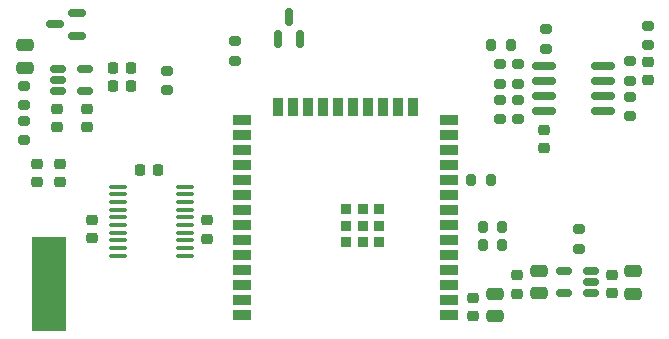
<source format=gbr>
%TF.GenerationSoftware,KiCad,Pcbnew,7.0.10*%
%TF.CreationDate,2024-02-02T07:47:17+01:00*%
%TF.ProjectId,stm32_esp32_pcb,73746d33-325f-4657-9370-33325f706362,rev?*%
%TF.SameCoordinates,Original*%
%TF.FileFunction,Paste,Top*%
%TF.FilePolarity,Positive*%
%FSLAX46Y46*%
G04 Gerber Fmt 4.6, Leading zero omitted, Abs format (unit mm)*
G04 Created by KiCad (PCBNEW 7.0.10) date 2024-02-02 07:47:17*
%MOMM*%
%LPD*%
G01*
G04 APERTURE LIST*
G04 Aperture macros list*
%AMRoundRect*
0 Rectangle with rounded corners*
0 $1 Rounding radius*
0 $2 $3 $4 $5 $6 $7 $8 $9 X,Y pos of 4 corners*
0 Add a 4 corners polygon primitive as box body*
4,1,4,$2,$3,$4,$5,$6,$7,$8,$9,$2,$3,0*
0 Add four circle primitives for the rounded corners*
1,1,$1+$1,$2,$3*
1,1,$1+$1,$4,$5*
1,1,$1+$1,$6,$7*
1,1,$1+$1,$8,$9*
0 Add four rect primitives between the rounded corners*
20,1,$1+$1,$2,$3,$4,$5,0*
20,1,$1+$1,$4,$5,$6,$7,0*
20,1,$1+$1,$6,$7,$8,$9,0*
20,1,$1+$1,$8,$9,$2,$3,0*%
G04 Aperture macros list end*
%ADD10R,1.500000X0.900000*%
%ADD11R,0.900000X1.500000*%
%ADD12R,0.900000X0.900000*%
%ADD13RoundRect,0.200000X-0.275000X0.200000X-0.275000X-0.200000X0.275000X-0.200000X0.275000X0.200000X0*%
%ADD14RoundRect,0.200000X0.275000X-0.200000X0.275000X0.200000X-0.275000X0.200000X-0.275000X-0.200000X0*%
%ADD15RoundRect,0.225000X-0.250000X0.225000X-0.250000X-0.225000X0.250000X-0.225000X0.250000X0.225000X0*%
%ADD16RoundRect,0.150000X0.150000X-0.587500X0.150000X0.587500X-0.150000X0.587500X-0.150000X-0.587500X0*%
%ADD17RoundRect,0.225000X-0.225000X-0.250000X0.225000X-0.250000X0.225000X0.250000X-0.225000X0.250000X0*%
%ADD18RoundRect,0.250000X0.475000X-0.250000X0.475000X0.250000X-0.475000X0.250000X-0.475000X-0.250000X0*%
%ADD19RoundRect,0.200000X0.200000X0.275000X-0.200000X0.275000X-0.200000X-0.275000X0.200000X-0.275000X0*%
%ADD20RoundRect,0.150000X0.512500X0.150000X-0.512500X0.150000X-0.512500X-0.150000X0.512500X-0.150000X0*%
%ADD21RoundRect,0.150000X-0.512500X-0.150000X0.512500X-0.150000X0.512500X0.150000X-0.512500X0.150000X0*%
%ADD22RoundRect,0.225000X0.250000X-0.225000X0.250000X0.225000X-0.250000X0.225000X-0.250000X-0.225000X0*%
%ADD23RoundRect,0.150000X0.587500X0.150000X-0.587500X0.150000X-0.587500X-0.150000X0.587500X-0.150000X0*%
%ADD24RoundRect,0.250000X-0.475000X0.250000X-0.475000X-0.250000X0.475000X-0.250000X0.475000X0.250000X0*%
%ADD25R,3.000000X8.000000*%
%ADD26RoundRect,0.100000X-0.637500X-0.100000X0.637500X-0.100000X0.637500X0.100000X-0.637500X0.100000X0*%
%ADD27RoundRect,0.150000X0.825000X0.150000X-0.825000X0.150000X-0.825000X-0.150000X0.825000X-0.150000X0*%
G04 APERTURE END LIST*
D10*
%TO.C,U4*%
X188650000Y-87665000D03*
X188650000Y-86395000D03*
X188650000Y-85125000D03*
X188650000Y-83855000D03*
X188650000Y-82585000D03*
X188650000Y-81315000D03*
X188650000Y-80045000D03*
X188650000Y-78775000D03*
X188650000Y-77505000D03*
X188650000Y-76235000D03*
X188650000Y-74965000D03*
X188650000Y-73695000D03*
X188650000Y-72425000D03*
X188650000Y-71155000D03*
D11*
X185615000Y-70060000D03*
X184345000Y-70060000D03*
X183075000Y-70060000D03*
X181805000Y-70060000D03*
X180535000Y-70060000D03*
X179265000Y-70060000D03*
X177995000Y-70060000D03*
X176725000Y-70060000D03*
X175455000Y-70060000D03*
X174185000Y-70060000D03*
D10*
X171150000Y-71155000D03*
X171150000Y-72425000D03*
X171150000Y-73695000D03*
X171150000Y-74965000D03*
X171150000Y-76235000D03*
X171150000Y-77505000D03*
X171150000Y-78775000D03*
X171150000Y-80045000D03*
X171150000Y-81315000D03*
X171150000Y-82585000D03*
X171150000Y-83855000D03*
X171150000Y-85125000D03*
X171150000Y-86395000D03*
X171150000Y-87665000D03*
D12*
X182800000Y-81500000D03*
X182800000Y-80100000D03*
X182800000Y-78700000D03*
X181400000Y-81500000D03*
X181400000Y-80100000D03*
X181400000Y-78700000D03*
X180000000Y-81500000D03*
X180000000Y-80100000D03*
X180000000Y-78700000D03*
%TD*%
D13*
%TO.C,R2*%
X199700000Y-80375000D03*
X199700000Y-82025000D03*
%TD*%
%TO.C,R11*%
X204000000Y-69175000D03*
X204000000Y-70825000D03*
%TD*%
D14*
%TO.C,R3*%
X170600000Y-66125000D03*
X170600000Y-64475000D03*
%TD*%
D15*
%TO.C,C3*%
X158000000Y-70225000D03*
X158000000Y-71775000D03*
%TD*%
D13*
%TO.C,R13*%
X194500000Y-69425000D03*
X194500000Y-71075000D03*
%TD*%
D16*
%TO.C,D1*%
X174200000Y-64300000D03*
X176100000Y-64300000D03*
X175150000Y-62425000D03*
%TD*%
D17*
%TO.C,C7*%
X160225000Y-66750000D03*
X161775000Y-66750000D03*
%TD*%
D18*
%TO.C,C12*%
X204300000Y-85850000D03*
X204300000Y-83950000D03*
%TD*%
D13*
%TO.C,R17*%
X152700000Y-71225000D03*
X152700000Y-72875000D03*
%TD*%
D15*
%TO.C,C1*%
X153850000Y-74875000D03*
X153850000Y-76425000D03*
%TD*%
D18*
%TO.C,C4*%
X152750000Y-66700000D03*
X152750000Y-64800000D03*
%TD*%
D14*
%TO.C,R15*%
X205500000Y-64825000D03*
X205500000Y-63175000D03*
%TD*%
D17*
%TO.C,C8*%
X160225000Y-68250000D03*
X161775000Y-68250000D03*
%TD*%
D13*
%TO.C,R4*%
X164800000Y-66975000D03*
X164800000Y-68625000D03*
%TD*%
D19*
%TO.C,R1*%
X193925000Y-64800000D03*
X192275000Y-64800000D03*
%TD*%
D15*
%TO.C,C11*%
X196750000Y-71975000D03*
X196750000Y-73525000D03*
%TD*%
%TO.C,C9*%
X190750000Y-86225000D03*
X190750000Y-87775000D03*
%TD*%
D20*
%TO.C,U3*%
X200737500Y-85825000D03*
X200737500Y-84875000D03*
X200737500Y-83925000D03*
X198462500Y-83925000D03*
X198462500Y-85825000D03*
%TD*%
D21*
%TO.C,U5*%
X155612500Y-66800000D03*
X155612500Y-67750000D03*
X155612500Y-68700000D03*
X157887500Y-68700000D03*
X157887500Y-66800000D03*
%TD*%
D22*
%TO.C,C14*%
X202500000Y-85825000D03*
X202500000Y-84275000D03*
%TD*%
D23*
%TO.C,D2*%
X157175000Y-64000000D03*
X157175000Y-62100000D03*
X155300000Y-63050000D03*
%TD*%
D14*
%TO.C,R10*%
X193000000Y-68075000D03*
X193000000Y-66425000D03*
%TD*%
%TO.C,R12*%
X204000000Y-67825000D03*
X204000000Y-66175000D03*
%TD*%
D24*
%TO.C,C10*%
X192600000Y-85850000D03*
X192600000Y-87750000D03*
%TD*%
D15*
%TO.C,C5*%
X155500000Y-70225000D03*
X155500000Y-71775000D03*
%TD*%
D19*
%TO.C,R5*%
X192225000Y-76200000D03*
X190575000Y-76200000D03*
%TD*%
D18*
%TO.C,C13*%
X196350000Y-85825000D03*
X196350000Y-83925000D03*
%TD*%
D15*
%TO.C,C16*%
X205500000Y-66225000D03*
X205500000Y-67775000D03*
%TD*%
D25*
%TO.C,Y1*%
X154800000Y-85000000D03*
%TD*%
D26*
%TO.C,U1*%
X160637500Y-76775000D03*
X160637500Y-77425000D03*
X160637500Y-78075000D03*
X160637500Y-78725000D03*
X160637500Y-79375000D03*
X160637500Y-80025000D03*
X160637500Y-80675000D03*
X160637500Y-81325000D03*
X160637500Y-81975000D03*
X160637500Y-82625000D03*
X166362500Y-82625000D03*
X166362500Y-81975000D03*
X166362500Y-81325000D03*
X166362500Y-80675000D03*
X166362500Y-80025000D03*
X166362500Y-79375000D03*
X166362500Y-78725000D03*
X166362500Y-78075000D03*
X166362500Y-77425000D03*
X166362500Y-76775000D03*
%TD*%
D27*
%TO.C,U2*%
X201725000Y-70405000D03*
X201725000Y-69135000D03*
X201725000Y-67865000D03*
X201725000Y-66595000D03*
X196775000Y-66595000D03*
X196775000Y-67865000D03*
X196775000Y-69135000D03*
X196775000Y-70405000D03*
%TD*%
D19*
%TO.C,R7*%
X193200000Y-81750000D03*
X191550000Y-81750000D03*
%TD*%
D14*
%TO.C,R14*%
X193000000Y-71075000D03*
X193000000Y-69425000D03*
%TD*%
D13*
%TO.C,R9*%
X196900000Y-63475000D03*
X196900000Y-65125000D03*
%TD*%
D17*
%TO.C,C17*%
X162525000Y-75400000D03*
X164075000Y-75400000D03*
%TD*%
D22*
%TO.C,C15*%
X194450000Y-85850000D03*
X194450000Y-84300000D03*
%TD*%
D13*
%TO.C,R16*%
X152700000Y-68225000D03*
X152700000Y-69875000D03*
%TD*%
D15*
%TO.C,C2*%
X155750000Y-74875000D03*
X155750000Y-76425000D03*
%TD*%
%TO.C,C6*%
X158500000Y-79600000D03*
X158500000Y-81150000D03*
%TD*%
D19*
%TO.C,R6*%
X193200000Y-80200000D03*
X191550000Y-80200000D03*
%TD*%
D22*
%TO.C,C18*%
X168200000Y-81175000D03*
X168200000Y-79625000D03*
%TD*%
D13*
%TO.C,R8*%
X194500000Y-66425000D03*
X194500000Y-68075000D03*
%TD*%
M02*

</source>
